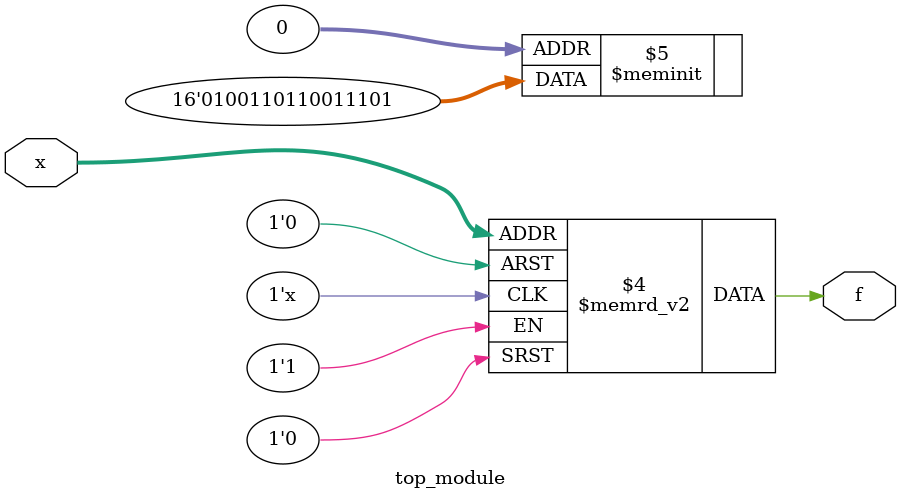
<source format=sv>
module top_module (
	input [4:1] x,
	output logic f
);

// Implementing the function f based on the given Karnaugh map
always_comb begin
  case (x)
    4'b0000: f = 1;
    4'b0001: f = 0;
    4'b0011: f = 1;
    4'b0010: f = 1;
    4'b0110: f = 0;
    4'b0111: f = 1;
    4'b0101: f = 0;
    4'b0100: f = 1;
    4'b1100: f = 0;
    4'b1101: f = 0;
    4'b1111: f = 0;
    4'b1110: f = 1;
    4'b1010: f = 1;
    4'b1011: f = 1;
    4'b1001: f = 0;
    4'b1000: f = 1;
    default: f = 0;
  endcase
end

endmodule

</source>
